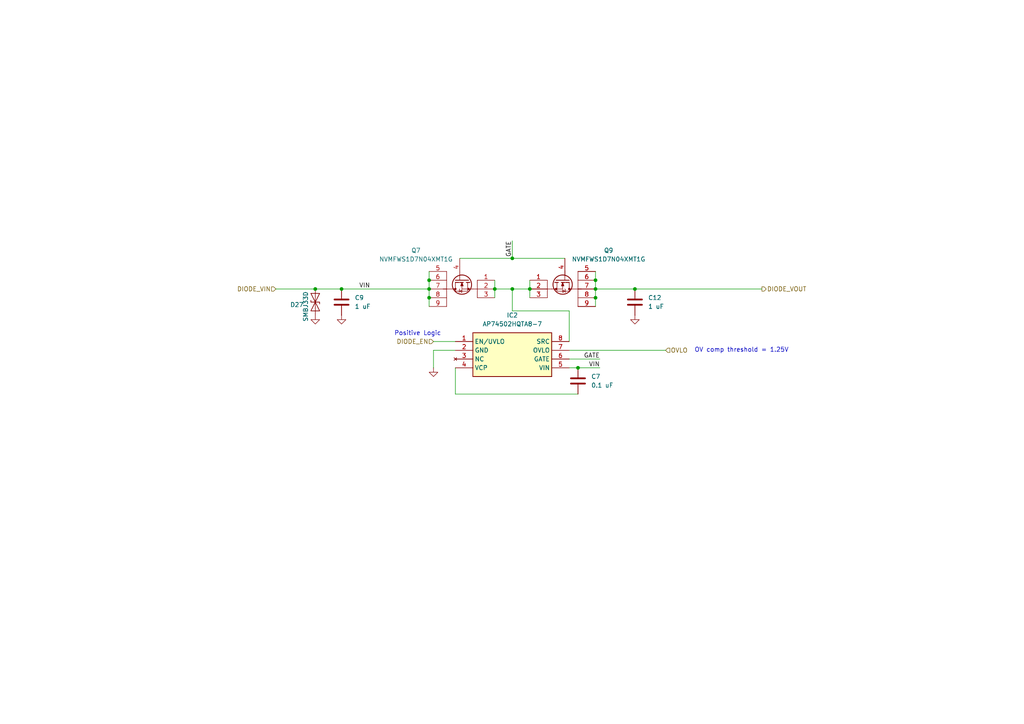
<source format=kicad_sch>
(kicad_sch (version 20250114) (generator "eeschema") (generator_version "9.0")
  (paper "A4")
  (lib_symbols
    (symbol "Device:C" (pin_numbers (hide yes)) (pin_names (offset 0.254))
      (property "Reference" "C" (at 0.635 2.54 0))
      (property "Value" "C" (at 0.635 -2.54 0))
      (symbol "C_0_1"
        (polyline (pts (xy -2.032 0.762) (xy 2.032 0.762)) (stroke (width 0.508)))
        (polyline (pts (xy -2.032 -0.762) (xy 2.032 -0.762)) (stroke (width 0.508)))
      )
      (symbol "C_1_1"
        (pin passive line (at 0 3.81 270) (length 2.794) (name "~") (number "1"))
        (pin passive line (at 0 -3.81 90) (length 2.794) (name "~") (number "2"))
      )
    )
    (symbol "LV-Carrier:AP74502HQTA8-7"
      (property "Reference" "IC" (at 5.08 7.366 0))
      (property "Value" "AP74502HQTA8-7" (at 5.08 4.826 0))
      (symbol "AP74502HQTA8-7_1_1"
        (rectangle (start 5.08 2.54) (end 27.94 -10.16) (stroke (width 0.254)) (fill (type background)))
        (pin passive line (at 0 0 0) (length 5.08) (name "EN/UVLO") (number "1"))
        (pin passive line (at 0 -2.54 0) (length 5.08) (name "GND") (number "2"))
        (pin no_connect line (at 0 -5.08 0) (length 5.08) (name "NC") (number "3"))
        (pin passive line (at 0 -7.62 0) (length 5.08) (name "VCP") (number "4"))
        (pin passive line (at 33.02 0 180) (length 5.08) (name "SRC") (number "8"))
        (pin passive line (at 33.02 -2.54 180) (length 5.08) (name "OVLO") (number "7"))
        (pin passive line (at 33.02 -5.08 180) (length 5.08) (name "GATE") (number "6"))
        (pin passive line (at 33.02 -7.62 180) (length 5.08) (name "VIN") (number "5"))
      )
    )
    (symbol "LV-Carrier:NVMFWS1D7N04XMT1G"
      (property "Reference" "Q" (at 21.59 7.62 0))
      (property "Value" "NVMFWS1D7N04XMT1G" (at 21.59 5.08 0))
      (symbol "NVMFWS1D7N04XMT1G_0_1"
        (polyline (pts (xy -3.81 3.81) (xy 6.35 3.81)))
        (polyline (pts (xy -1.27 1.27) (xy -1.27 -2.54)) (stroke (width 0.254)))
        (polyline (pts (xy -1.27 0) (xy -4.064 0)))
        (polyline (pts (xy -1.27 -5.08) (xy 3.81 -5.08)))
        (polyline (pts (xy -0.635 1.27) (xy -0.635 0.254)) (stroke (width 0.254)))
        (polyline (pts (xy -0.635 1.27) (xy 1.905 1.27) (xy 1.905 -2.286) (xy -0.635 -2.286)))
        (polyline (pts (xy -0.635 0) (xy -0.635 -1.016)) (stroke (width 0.254)))
        (polyline (pts (xy -0.635 -0.635) (xy 0.381 -1.016) (xy 0.381 -0.254) (xy -0.635 -0.635)) (fill (type outline)))
        (polyline (pts (xy -0.635 -1.905) (xy -0.635 -2.921)) (stroke (width 0.254)))
        (circle (center 0 -0.635) (radius 2.794) (stroke (width 0.254)))
        (polyline (pts (xy 1.27 1.905) (xy 1.27 1.143)))
        (polyline (pts (xy 1.27 1.27) (xy 1.27 4.826)))
        (circle (center 1.27 1.27) (radius 0.254) (fill (type outline)))
        (polyline (pts (xy 1.27 0) (xy 1.397 0.127) (xy 2.159 0.127) (xy 2.286 0.254)))
        (circle (center 1.27 -2.54) (radius 0.254) (fill (type outline)))
        (polyline (pts (xy 1.27 -3.81) (xy 1.27 -0.635) (xy -0.508 -0.635)))
        (polyline (pts (xy 1.27 -5.08) (xy 1.27 -3.81)))
        (polyline (pts (xy 1.905 0) (xy 2.286 -0.635) (xy 1.524 -0.635) (xy 1.905 0)))
      )
      (symbol "NVMFWS1D7N04XMT1G_1_1"
        (pin passive line (at -7.62 0 0) (length 5.08) (name "") (number "4"))
        (pin passive line (at -3.81 8.89 270) (length 5.08) (name "") (number "5"))
        (pin passive line (at -1.27 8.89 270) (length 5.08) (name "") (number "6"))
        (pin passive line (at -1.27 -10.16 90) (length 5.08) (name "") (number "1"))
        (pin passive line (at 1.27 8.89 270) (length 5.08) (name "") (number "7"))
        (pin passive line (at 1.27 -10.16 90) (length 5.08) (name "") (number "2"))
        (pin passive line (at 3.81 8.89 270) (length 5.08) (name "") (number "8"))
        (pin passive line (at 3.81 -10.16 90) (length 5.08) (name "") (number "3"))
        (pin passive line (at 6.35 8.89 270) (length 5.08) (name "") (number "9"))
      )
    )
    (symbol "LV-Carrier:SMBJ15D-M3I" (pin_numbers (hide yes)) (pin_names (hide yes))
      (property "Reference" "D" (at 0 5.08 0))
      (property "Value" "SMBJ15D-M3I" (at 0 2.54 0))
      (symbol "SMBJ15D-M3I_0_1"
        (polyline (pts (xy -2.54 -1.27) (xy 0 0) (xy -2.54 1.27) (xy -2.54 -1.27)) (stroke (width 0.2032)))
        (polyline (pts (xy 0.508 1.27) (xy 0 1.27) (xy 0 -1.27) (xy -0.508 -1.27)) (stroke (width 0.2032)))
        (polyline (pts (xy 1.27 0) (xy -1.27 0)))
        (polyline (pts (xy 2.54 1.27) (xy 2.54 -1.27) (xy 0 0) (xy 2.54 1.27)) (stroke (width 0.2032)))
      )
      (symbol "SMBJ15D-M3I_1_1"
        (pin passive line (at -3.81 0 0) (length 2.54) (name "K") (number "1"))
        (pin passive line (at 3.81 0 180) (length 2.54) (name "A") (number "2"))
      )
    )
    (symbol "power:GND" (power) (pin_numbers (hide yes)) (pin_names (offset 0) (hide yes))
      (property "Value" "GND" (at 0 -3.81 0))
      (symbol "GND_0_1"
        (polyline (pts (xy 0 0) (xy 0 -1.27) (xy 1.27 -1.27) (xy 0 -2.54) (xy -1.27 -1.27) (xy 0 -1.27)))
      )
      (symbol "GND_1_1"
        (pin power_in line (at 0 0 270) (length 0) (name "~") (number "1"))
      )
    )
  )
  (text "Positive Logic" (at 121.158 96.774 0) (effects (font (size 1.27 1.27))))
  (text "OV comp threshold = 1.25V" (at 201.422 101.6 0) (effects (font (size 1.27 1.27)) (justify left)))
  (junction (at 124.46 86.36))
  (junction (at 143.51 83.82))
  (junction (at 99.06 83.82))
  (junction (at 184.15 83.82))
  (junction (at 153.67 83.82))
  (junction (at 124.46 81.28))
  (junction (at 148.59 83.82))
  (junction (at 91.44 83.82))
  (junction (at 148.59 74.93))
  (junction (at 124.46 83.82))
  (junction (at 172.72 83.82))
  (junction (at 172.72 86.36))
  (junction (at 167.64 106.68))
  (junction (at 172.72 81.28))
  (wire (pts (xy 172.72 81.28) (xy 172.72 83.82)))
  (wire (pts (xy 143.51 83.82) (xy 143.51 86.36)))
  (wire (pts (xy 124.46 78.74) (xy 124.46 81.28)))
  (wire (pts (xy 165.1 90.17) (xy 148.59 90.17)))
  (wire (pts (xy 148.59 74.93) (xy 163.83 74.93)))
  (wire (pts (xy 132.08 106.68) (xy 132.08 114.3)))
  (wire (pts (xy 125.73 101.6) (xy 125.73 106.68)))
  (wire (pts (xy 91.44 83.82) (xy 99.06 83.82)))
  (wire (pts (xy 143.51 81.28) (xy 143.51 83.82)))
  (wire (pts (xy 165.1 99.06) (xy 165.1 90.17)))
  (wire (pts (xy 172.72 86.36) (xy 172.72 88.9)))
  (wire (pts (xy 165.1 106.68) (xy 167.64 106.68)))
  (wire (pts (xy 133.35 74.93) (xy 148.59 74.93)))
  (wire (pts (xy 153.67 83.82) (xy 153.67 86.36)))
  (wire (pts (xy 125.73 99.06) (xy 132.08 99.06)))
  (wire (pts (xy 165.1 104.14) (xy 173.99 104.14)))
  (wire (pts (xy 132.08 114.3) (xy 167.64 114.3)))
  (wire (pts (xy 148.59 90.17) (xy 148.59 83.82)))
  (wire (pts (xy 184.15 83.82) (xy 172.72 83.82)))
  (wire (pts (xy 99.06 83.82) (xy 124.46 83.82)))
  (wire (pts (xy 153.67 81.28) (xy 153.67 83.82)))
  (wire (pts (xy 172.72 83.82) (xy 172.72 86.36)))
  (wire (pts (xy 172.72 78.74) (xy 172.72 81.28)))
  (wire (pts (xy 80.01 83.82) (xy 91.44 83.82)))
  (wire (pts (xy 148.59 69.85) (xy 148.59 74.93)))
  (wire (pts (xy 173.99 106.68) (xy 167.64 106.68)))
  (wire (pts (xy 153.67 83.82) (xy 148.59 83.82)))
  (wire (pts (xy 184.15 83.82) (xy 220.98 83.82)))
  (wire (pts (xy 124.46 83.82) (xy 124.46 86.36)))
  (wire (pts (xy 165.1 101.6) (xy 193.04 101.6)))
  (wire (pts (xy 132.08 101.6) (xy 125.73 101.6)))
  (wire (pts (xy 124.46 81.28) (xy 124.46 83.82)))
  (wire (pts (xy 148.59 83.82) (xy 143.51 83.82)))
  (wire (pts (xy 124.46 86.36) (xy 124.46 88.9)))
  (label "VIN" (at 104.14 83.82 0))
  (label "GATE" (at 173.99 104.14 180))
  (label "VIN" (at 173.99 106.68 180))
  (label "GATE" (at 148.59 69.85 270))
  (hierarchical_label "OVLO" (shape input) (at 193.04 101.6 0))
  (hierarchical_label "DIODE_VOUT" (shape output) (at 220.98 83.82 0))
  (hierarchical_label "DIODE_VIN" (shape input) (at 80.01 83.82 180))
  (hierarchical_label "DIODE_EN" (shape input) (at 125.73 99.06 180))
  (symbol (lib_id "power:GND") (at 125.73 106.68 0) (unit 1)
    (property "Reference" "#PWR044" (effects (hide yes)))
    (property "Value" "GND" (effects (hide yes)))
    (property "Description" "Power symbol creates a global label with name \"GND\" , ground" (effects (hide yes)))
    (instances (project "" (path "" (reference "#PWR045") (unit 1)) (path "" (reference "#PWR044") (unit 1))))
  )
  (symbol (lib_id "Device:C") (at 167.64 110.49 0) (unit 1)
    (property "Reference" "C6" (at 171.45 109.2199 0) (effects (justify left)))
    (property "Value" "0.1 uF" (at 171.45 111.7599 0) (effects (justify left)))
    (property "Footprint" "Capacitor_SMD:C_0603_1608Metric_Pad1.08x0.95mm_HandSolder" (effects (hide yes)))
    (property "Description" "Unpolarized capacitor" (effects (hide yes)))
    (property "P/N" "MLASH168SB7104KTNA01" (effects (hide yes)))
    (instances (project "" (path "" (reference "C7") (unit 1)) (path "" (reference "C6") (unit 1))))
  )
  (symbol (lib_id "LV-Carrier:AP74502HQTA8-7") (at 132.08 99.06 0) (unit 1)
    (property "Reference" "IC1" (at 148.59 91.44 0))
    (property "Value" "AP74502HQTA8-7" (at 148.59 93.98 0))
    (property "Footprint" "LV Carrier Library:AP74502HQTA87" (effects (hide yes)))
    (property "Datasheet" "https://www.diodes.com/datasheet/download/AP74502Q_AP74502HQ.pdf" (effects (hide yes)))
    (property "Description" "Power Switch ICs - Power Distribution Ideal Diode Controller SOT28 T&R 3K, 62 A,-40C ~ 125C" (effects (hide yes)))
    (property "Height" "1.1" (effects (hide yes)))
    (property "P/N" "AP74502HQTA8-7" (effects (hide yes)))
    (property "Manufacturer_Name" "Diodes Incorporated" (effects (hide yes)))
    (property "Manufacturer_Part_Number" "AP74502HQTA8-7" (effects (hide yes)))
    (instances (project "" (path "" (reference "IC2") (unit 1)) (path "" (reference "IC1") (unit 1))))
  )
  (symbol (lib_id "power:GND") (at 99.06 91.44 0) (unit 1)
    (property "Reference" "#PWR053" (effects (hide yes)))
    (property "Value" "GND" (effects (hide yes)))
    (property "Description" "Power symbol creates a global label with name \"GND\" , ground" (effects (hide yes)))
    (instances (project "LV Carrier Board" (path "" (reference "#PWR054") (unit 1)) (path "" (reference "#PWR053") (unit 1))))
  )
  (symbol (lib_id "LV-Carrier:NVMFWS1D7N04XMT1G") (at 163.83 82.55 270) (unit 1)
    (property "Reference" "Q8" (at 176.53 72.644 90))
    (property "Value" "NVMFWS1D7N04XMT1G" (at 176.53 75.184 90))
    (property "Footprint" "LV Carrier Library:NVMFWS3D0P04M8LT1G" (effects (hide yes)))
    (property "Datasheet" "https://www.onsemi.com/pub/Collateral/NVMFWS1D7N04XM-D.PDF" (effects (hide yes)))
    (property "Description" "Small Footprint (5x6 mm); Low RDS(on); Low QG and Capacitance; Wettable Flank Option; AECQ101 Qualified and PPAP Capable; RoHS Compliant" (effects (hide yes)))
    (property "P/N" "NVMFWS1D7N04XMT1G" (effects (hide yes)))
    (property "Height" "1.1" (effects (hide yes)))
    (property "Manufacturer_Name" "onsemi" (effects (hide yes)))
    (instances (project "LV Carrier Board" (path "" (reference "Q9") (unit 1)) (path "" (reference "Q8") (unit 1))))
  )
  (symbol (lib_id "LV-Carrier:SMBJ15D-M3I") (at 91.44 87.63 90) (unit 1)
    (property "Reference" "D26" (at 86.106 88.392 90))
    (property "Value" "SMBJ33D" (at 88.646 88.9 0))
    (property "Footprint" "LV Carrier Library:SMBJ15DM3" (effects (hide yes)))
    (property "Datasheet" "https://www.vishay.com/docs/87606/smbj5cdthrusmbj120cd.pdf" (effects (hide yes)))
    (property "Description" "Bidirectional TVS Diode" (effects (hide yes)))
    (property "MFG PN" "SMBJ33D" (effects (hide yes)))
    (property "P/N" "SMBJ15D-M3/I " (effects (hide yes)))
    (instances (project "LV Carrier Board" (path "" (reference "D27") (unit 1)) (path "" (reference "D26") (unit 1))))
  )
  (symbol (lib_id "Device:C") (at 99.06 87.63 0) (unit 1)
    (property "Reference" "C8" (at 102.87 86.3599 0) (effects (justify left)))
    (property "Value" "1 uF" (at 102.87 88.8999 0) (effects (justify left)))
    (property "Footprint" "Capacitor_SMD:C_0603_1608Metric_Pad1.08x0.95mm_HandSolder" (effects (hide yes)))
    (property "Description" "Unpolarized capacitor" (effects (hide yes)))
    (property "P/N" "MLASU168SB5105KTNA01" (effects (hide yes)))
    (instances (project "LV Carrier Board" (path "" (reference "C9") (unit 1)) (path "" (reference "C8") (unit 1))))
  )
  (symbol (lib_id "power:GND") (at 91.44 91.44 0) (unit 1)
    (property "Reference" "#PWR048" (effects (hide yes)))
    (property "Value" "GND" (effects (hide yes)))
    (property "Description" "Power symbol creates a global label with name \"GND\" , ground" (effects (hide yes)))
    (instances (project "LV Carrier Board" (path "" (reference "#PWR052") (unit 1)) (path "" (reference "#PWR048") (unit 1))))
  )
  (symbol (lib_id "LV-Carrier:NVMFWS1D7N04XMT1G") (at 133.35 82.55 90) (mirror x) (unit 1)
    (property "Reference" "Q5" (at 120.65 72.644 90))
    (property "Value" "NVMFWS1D7N04XMT1G" (at 120.65 75.184 90))
    (property "Footprint" "LV Carrier Library:NVMFWS3D0P04M8LT1G" (effects (hide yes)))
    (property "Datasheet" "https://www.onsemi.com/pub/Collateral/NVMFWS1D7N04XM-D.PDF" (effects (hide yes)))
    (property "Description" "Small Footprint (5x6 mm); Low RDS(on); Low QG and Capacitance; Wettable Flank Option; AECQ101 Qualified and PPAP Capable; RoHS Compliant" (effects (hide yes)))
    (property "P/N" "NVMFWS1D7N04XMT1G" (effects (hide yes)))
    (property "Height" "1.1" (effects (hide yes)))
    (property "Manufacturer_Name" "onsemi" (effects (hide yes)))
    (instances (project "LV Carrier Board" (path "" (reference "Q7") (unit 1)) (path "" (reference "Q5") (unit 1))))
  )
  (symbol (lib_id "Device:C") (at 184.15 87.63 0) (unit 1)
    (property "Reference" "C10" (at 187.96 86.3599 0) (effects (justify left)))
    (property "Value" "1 uF" (at 187.96 88.8999 0) (effects (justify left)))
    (property "Footprint" "Capacitor_SMD:C_0603_1608Metric_Pad1.08x0.95mm_HandSolder" (effects (hide yes)))
    (property "Description" "Unpolarized capacitor" (effects (hide yes)))
    (property "P/N" "MLASU168SB5105KTNA01" (effects (hide yes)))
    (instances (project "LV Carrier Board" (path "" (reference "C12") (unit 1)) (path "" (reference "C10") (unit 1))))
  )
  (symbol (lib_id "power:GND") (at 184.15 91.44 0) (unit 1)
    (property "Reference" "#PWR055" (effects (hide yes)))
    (property "Value" "GND" (effects (hide yes)))
    (property "Description" "Power symbol creates a global label with name \"GND\" , ground" (effects (hide yes)))
    (instances (project "LV Carrier Board" (path "" (reference "#PWR056") (unit 1)) (path "" (reference "#PWR055") (unit 1))))
  )
)
</source>
